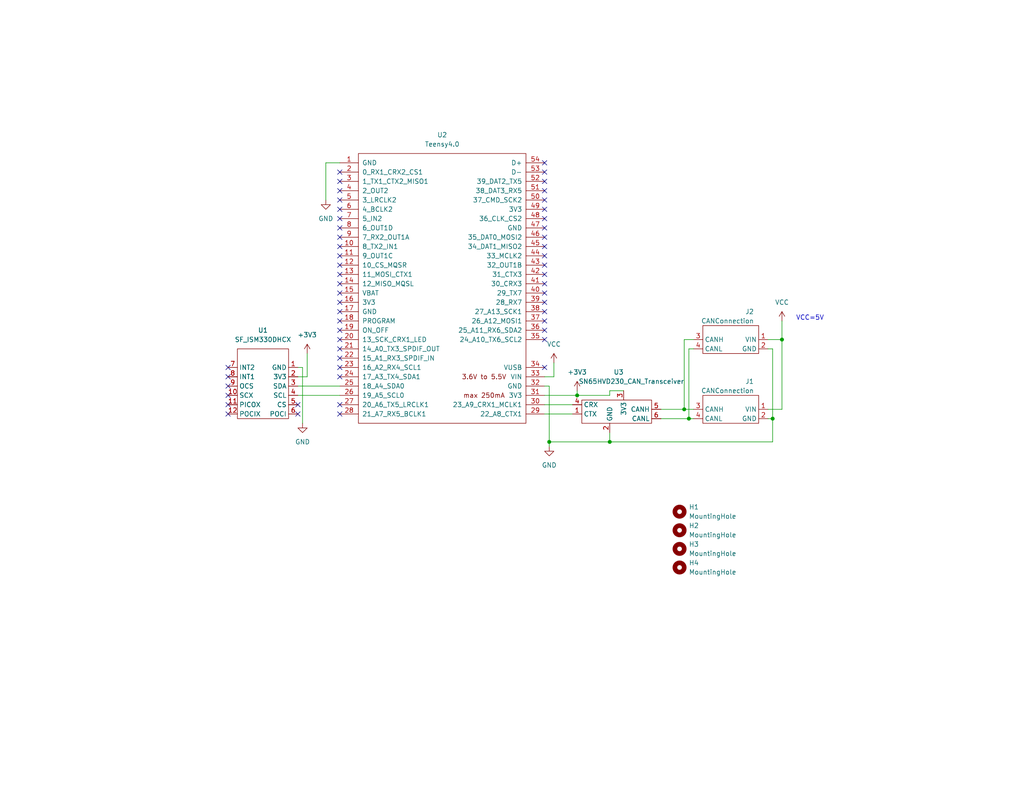
<source format=kicad_sch>
(kicad_sch (version 20211123) (generator eeschema)
  (paper "USLetter")
  (title_block (title "SDM-23 IMU Board") (date "2023-01-26") (rev "v1"))
  (lib_symbols
    (symbol "Mechanical:MountingHole" (pin_names (offset 1.016))
      (property "Reference" "H" (at 0 5.08 0))
      (property "Value" "MountingHole" (at 0 3.175 0))
      (symbol "MountingHole_0_1"
        (circle (center 0 0) (radius 1.27) (stroke (width 1.27)))
      )
    )
    (symbol "SDM:CANConnection"
      (property "Reference" "J" (at 0 0 0))
      (property "Value" "CANConnection" (at 1.27 -2.54 0))
      (symbol "CANConnection_0_1"
        (rectangle (start -6.35 -1.27) (end 8.89 -8.89))
      )
      (symbol "CANConnection_1_1"
        (pin input line (at -8.89 -5.08 0) (length 2.54) (name "VIN") (number "1"))
        (pin input line (at -8.89 -7.62 0) (length 2.54) (name "GND") (number "2"))
        (pin input line (at 11.43 -5.08 180) (length 2.54) (name "CANH") (number "3"))
        (pin input line (at 11.43 -7.62 180) (length 2.54) (name "CANL") (number "4"))
      )
    )
    (symbol "SDM:SF_ISM330DHCX"
      (property "Reference" "U" (at 0 0 0))
      (property "Value" "SF_ISM330DHCX" (at 0 -2.54 0))
      (symbol "SF_ISM330DHCX_0_1"
        (rectangle (start -7.62 -1.27) (end 6.35 -20.32))
      )
      (symbol "SF_ISM330DHCX_1_1"
        (pin input line (at -10.16 -6.35 0) (length 2.54) (name "GND") (number "1"))
        (pin input line (at 8.89 -13.97 180) (length 2.54) (name "SCX") (number "10"))
        (pin input line (at 8.89 -16.51 180) (length 2.54) (name "PICOX") (number "11"))
        (pin input line (at 8.89 -19.05 180) (length 2.54) (name "POCIX") (number "12"))
        (pin input line (at -10.16 -8.89 0) (length 2.54) (name "3V3") (number "2"))
        (pin input line (at -10.16 -11.43 0) (length 2.54) (name "SDA") (number "3"))
        (pin input line (at -10.16 -13.97 0) (length 2.54) (name "SCL") (number "4"))
        (pin input line (at -10.16 -16.51 0) (length 2.54) (name "CS") (number "5"))
        (pin input line (at -10.16 -19.05 0) (length 2.54) (name "POCI") (number "6"))
        (pin input line (at 8.89 -6.35 180) (length 2.54) (name "INT2") (number "7"))
        (pin input line (at 8.89 -8.89 180) (length 2.54) (name "INT1") (number "8"))
        (pin input line (at 8.89 -11.43 180) (length 2.54) (name "OCS") (number "9"))
      )
    )
    (symbol "SDM:SN65HVD230_CAN_Transceiver"
      (property "Reference" "U" (at 0 2.54 0))
      (property "Value" "SN65HVD230_CAN_Transceiver" (at 13.97 0 0))
      (symbol "SN65HVD230_CAN_Transceiver_0_1"
        (rectangle (start -8.89 -6.35) (end 10.16 -12.7))
      )
      (symbol "SN65HVD230_CAN_Transceiver_1_1"
        (pin input line (at 12.7 -10.16 180) (length 2.54) (name "CTX") (number "1"))
        (pin input line (at 2.54 -15.24 90) (length 2.54) (name "GND") (number "2"))
        (pin input line (at -1.27 -3.81 270) (length 2.54) (name "3V3") (number "3"))
        (pin input line (at 12.7 -7.62 180) (length 2.54) (name "CRX") (number "4"))
        (pin input line (at -11.43 -8.89 0) (length 2.54) (name "CANH") (number "5"))
        (pin input line (at -11.43 -11.43 0) (length 2.54) (name "CANL") (number "6"))
      )
    )
    (symbol "Teensy:Teensy4.0" (pin_names (offset 1.016))
      (property "Reference" "U" (at 0 39.37 0))
      (property "Value" "Teensy4.0" (at 0 -39.37 0))
      (symbol "Teensy4.0_0_0"
        (text "3.6V to 5.5V" (at 11.43 -24.13 0) (effects (font (size 1.27 1.27))))
        (text "max 250mA" (at 11.43 -29.21 0) (effects (font (size 1.27 1.27))))
        (pin bidirectional line (at -27.94 11.43 0) (length 5.08) (name "8_TX2_IN1") (number "10"))
        (pin bidirectional line (at -27.94 8.89 0) (length 5.08) (name "9_OUT1C") (number "11"))
        (pin bidirectional line (at -27.94 6.35 0) (length 5.08) (name "10_CS_MQSR") (number "12"))
        (pin bidirectional line (at -27.94 3.81 0) (length 5.08) (name "11_MOSI_CTX1") (number "13"))
        (pin bidirectional line (at -27.94 1.27 0) (length 5.08) (name "12_MISO_MQSL") (number "14"))
        (pin power_in line (at -27.94 -1.27 0) (length 5.08) (name "VBAT") (number "15"))
        (pin power_in line (at -27.94 -3.81 0) (length 5.08) (name "3V3") (number "16"))
        (pin power_in line (at -27.94 -6.35 0) (length 5.08) (name "GND") (number "17"))
        (pin input line (at -27.94 -8.89 0) (length 5.08) (name "PROGRAM") (number "18"))
        (pin input line (at -27.94 -11.43 0) (length 5.08) (name "ON_OFF") (number "19"))
        (pin bidirectional line (at -27.94 -13.97 0) (length 5.08) (name "13_SCK_CRX1_LED") (number "20"))
        (pin bidirectional line (at -27.94 -16.51 0) (length 5.08) (name "14_A0_TX3_SPDIF_OUT") (number "21"))
        (pin bidirectional line (at -27.94 -19.05 0) (length 5.08) (name "15_A1_RX3_SPDIF_IN") (number "22"))
        (pin bidirectional line (at -27.94 -21.59 0) (length 5.08) (name "16_A2_RX4_SCL1") (number "23"))
        (pin bidirectional line (at -27.94 -24.13 0) (length 5.08) (name "17_A3_TX4_SDA1") (number "24"))
        (pin bidirectional line (at -27.94 -26.67 0) (length 5.08) (name "18_A4_SDA0") (number "25"))
        (pin bidirectional line (at -27.94 -29.21 0) (length 5.08) (name "19_A5_SCL0") (number "26"))
        (pin bidirectional line (at -27.94 -31.75 0) (length 5.08) (name "20_A6_TX5_LRCLK1") (number "27"))
        (pin bidirectional line (at -27.94 -34.29 0) (length 5.08) (name "21_A7_RX5_BCLK1") (number "28"))
        (pin bidirectional line (at 27.94 -34.29 180) (length 5.08) (name "22_A8_CTX1") (number "29"))
        (pin bidirectional line (at 27.94 -31.75 180) (length 5.08) (name "23_A9_CRX1_MCLK1") (number "30"))
        (pin power_out line (at 27.94 -29.21 180) (length 5.08) (name "3V3") (number "31"))
        (pin power_in line (at 27.94 -26.67 180) (length 5.08) (name "GND") (number "32"))
        (pin power_in line (at 27.94 -24.13 180) (length 5.08) (name "VIN") (number "33"))
        (pin power_out line (at 27.94 -21.59 180) (length 5.08) (name "VUSB") (number "34"))
        (pin bidirectional line (at 27.94 -13.97 180) (length 5.08) (name "24_A10_TX6_SCL2") (number "35"))
        (pin bidirectional line (at 27.94 -11.43 180) (length 5.08) (name "25_A11_RX6_SDA2") (number "36"))
        (pin bidirectional line (at 27.94 -8.89 180) (length 5.08) (name "26_A12_MOSI1") (number "37"))
        (pin bidirectional line (at 27.94 -6.35 180) (length 5.08) (name "27_A13_SCK1") (number "38"))
        (pin bidirectional line (at 27.94 -3.81 180) (length 5.08) (name "28_RX7") (number "39"))
        (pin bidirectional line (at 27.94 -1.27 180) (length 5.08) (name "29_TX7") (number "40"))
        (pin bidirectional line (at 27.94 1.27 180) (length 5.08) (name "30_CRX3") (number "41"))
        (pin bidirectional line (at 27.94 3.81 180) (length 5.08) (name "31_CTX3") (number "42"))
        (pin bidirectional line (at 27.94 6.35 180) (length 5.08) (name "32_OUT1B") (number "43"))
        (pin bidirectional line (at 27.94 8.89 180) (length 5.08) (name "33_MCLK2") (number "44"))
        (pin bidirectional line (at 27.94 11.43 180) (length 5.08) (name "34_DAT1_MISO2") (number "45"))
        (pin bidirectional line (at 27.94 13.97 180) (length 5.08) (name "35_DAT0_MOSI2") (number "46"))
        (pin power_out line (at 27.94 16.51 180) (length 5.08) (name "GND") (number "47"))
        (pin bidirectional line (at 27.94 19.05 180) (length 5.08) (name "36_CLK_CS2") (number "48"))
        (pin power_out line (at 27.94 21.59 180) (length 5.08) (name "3V3") (number "49"))
        (pin bidirectional line (at -27.94 24.13 0) (length 5.08) (name "3_LRCLK2") (number "5"))
        (pin bidirectional line (at 27.94 24.13 180) (length 5.08) (name "37_CMD_SCK2") (number "50"))
        (pin bidirectional line (at 27.94 26.67 180) (length 5.08) (name "38_DAT3_RX5") (number "51"))
        (pin bidirectional line (at 27.94 29.21 180) (length 5.08) (name "39_DAT2_TX5") (number "52"))
        (pin bidirectional line (at 27.94 31.75 180) (length 5.08) (name "D-") (number "53"))
        (pin bidirectional line (at 27.94 34.29 180) (length 5.08) (name "D+") (number "54"))
        (pin bidirectional line (at -27.94 21.59 0) (length 5.08) (name "4_BCLK2") (number "6"))
        (pin bidirectional line (at -27.94 19.05 0) (length 5.08) (name "5_IN2") (number "7"))
        (pin bidirectional line (at -27.94 16.51 0) (length 5.08) (name "6_OUT1D") (number "8"))
        (pin bidirectional line (at -27.94 13.97 0) (length 5.08) (name "7_RX2_OUT1A") (number "9"))
      )
      (symbol "Teensy4.0_0_1"
        (rectangle (start -22.86 36.83) (end 22.86 -36.83))
        (rectangle (start -20.32 -31.75) (end -20.32 -31.75))
      )
      (symbol "Teensy4.0_1_1"
        (pin power_in line (at -27.94 34.29 0) (length 5.08) (name "GND") (number "1"))
        (pin bidirectional line (at -27.94 31.75 0) (length 5.08) (name "0_RX1_CRX2_CS1") (number "2"))
        (pin bidirectional line (at -27.94 29.21 0) (length 5.08) (name "1_TX1_CTX2_MISO1") (number "3"))
        (pin bidirectional line (at -27.94 26.67 0) (length 5.08) (name "2_OUT2") (number "4"))
      )
    )
    (symbol "power:+3V3" (power) (pin_names (offset 0))
      (property "Value" "+3V3" (at 0 3.556 0))
      (symbol "+3V3_0_1"
        (polyline (pts (xy -0.762 1.27) (xy 0 2.54)))
        (polyline (pts (xy 0 0) (xy 0 2.54)))
        (polyline (pts (xy 0 2.54) (xy 0.762 1.27)))
      )
      (symbol "+3V3_1_1"
        (pin power_in line (at 0 0 90) (length 0) hide (name "+3V3") (number "1"))
      )
    )
    (symbol "power:GND" (power) (pin_names (offset 0))
      (property "Value" "GND" (at 0 -3.81 0))
      (symbol "GND_0_1"
        (polyline (pts (xy 0 0) (xy 0 -1.27) (xy 1.27 -1.27) (xy 0 -2.54) (xy -1.27 -1.27) (xy 0 -1.27)))
      )
      (symbol "GND_1_1"
        (pin power_in line (at 0 0 270) (length 0) hide (name "GND") (number "1"))
      )
    )
    (symbol "power:VCC" (power) (pin_names (offset 0))
      (property "Value" "VCC" (at 0 3.81 0))
      (symbol "VCC_0_1"
        (polyline (pts (xy -0.762 1.27) (xy 0 2.54)))
        (polyline (pts (xy 0 0) (xy 0 2.54)))
        (polyline (pts (xy 0 2.54) (xy 0.762 1.27)))
      )
      (symbol "VCC_1_1"
        (pin power_in line (at 0 0 90) (length 0) hide (name "VCC") (number "1"))
      )
    )
  )
  (junction (at 149.86 120.65))
  (junction (at 213.36 92.71))
  (junction (at 186.69 111.76))
  (junction (at 157.48 107.95))
  (junction (at 166.37 120.65))
  (junction (at 187.96 114.3))
  (junction (at 210.82 114.3))
  (no_connect (at 62.23 110.49))
  (no_connect (at 81.28 113.03))
  (no_connect (at 148.59 57.15))
  (no_connect (at 148.59 92.71))
  (no_connect (at 92.71 113.03))
  (no_connect (at 148.59 72.39))
  (no_connect (at 148.59 52.07))
  (no_connect (at 148.59 46.99))
  (no_connect (at 148.59 69.85))
  (no_connect (at 148.59 87.63))
  (no_connect (at 148.59 62.23))
  (no_connect (at 92.71 102.87))
  (no_connect (at 148.59 100.33))
  (no_connect (at 92.71 49.53))
  (no_connect (at 62.23 107.95))
  (no_connect (at 81.28 110.49))
  (no_connect (at 148.59 82.55))
  (no_connect (at 148.59 44.45))
  (no_connect (at 62.23 102.87))
  (no_connect (at 92.71 46.99))
  (no_connect (at 148.59 80.01))
  (no_connect (at 92.71 110.49))
  (no_connect (at 148.59 85.09))
  (no_connect (at 148.59 67.31))
  (no_connect (at 148.59 77.47))
  (no_connect (at 92.71 52.07))
  (no_connect (at 92.71 54.61))
  (no_connect (at 92.71 95.25))
  (no_connect (at 92.71 97.79))
  (no_connect (at 92.71 92.71))
  (no_connect (at 92.71 90.17))
  (no_connect (at 92.71 82.55))
  (no_connect (at 92.71 87.63))
  (no_connect (at 92.71 85.09))
  (no_connect (at 92.71 100.33))
  (no_connect (at 92.71 64.77))
  (no_connect (at 92.71 57.15))
  (no_connect (at 92.71 62.23))
  (no_connect (at 92.71 67.31))
  (no_connect (at 92.71 59.69))
  (no_connect (at 92.71 80.01))
  (no_connect (at 92.71 77.47))
  (no_connect (at 92.71 72.39))
  (no_connect (at 92.71 69.85))
  (no_connect (at 92.71 74.93))
  (no_connect (at 148.59 64.77))
  (no_connect (at 148.59 59.69))
  (no_connect (at 148.59 90.17))
  (no_connect (at 148.59 49.53))
  (no_connect (at 62.23 113.03))
  (no_connect (at 148.59 54.61))
  (no_connect (at 62.23 105.41))
  (no_connect (at 148.59 74.93))
  (no_connect (at 62.23 100.33))
  (wire (pts (xy 148.59 113.03) (xy 156.21 113.03)))
  (wire (pts (xy 157.48 107.95) (xy 166.37 107.95)))
  (wire (pts (xy 213.36 111.76) (xy 209.55 111.76)))
  (wire (pts (xy 186.69 92.71) (xy 186.69 111.76)))
  (wire (pts (xy 213.36 92.71) (xy 213.36 111.76)))
  (wire (pts (xy 187.96 95.25) (xy 187.96 114.3)))
  (wire (pts (xy 210.82 95.25) (xy 209.55 95.25)))
  (wire (pts (xy 209.55 114.3) (xy 210.82 114.3)))
  (wire (pts (xy 148.59 102.87) (xy 151.13 102.87)))
  (wire (pts (xy 166.37 106.68) (xy 170.18 106.68)))
  (wire (pts (xy 81.28 100.33) (xy 82.55 100.33)))
  (wire (pts (xy 157.48 106.68) (xy 157.48 107.95)))
  (wire (pts (xy 186.69 111.76) (xy 180.34 111.76)))
  (wire (pts (xy 149.86 120.65) (xy 149.86 121.92)))
  (wire (pts (xy 148.59 110.49) (xy 156.21 110.49)))
  (wire (pts (xy 81.28 105.41) (xy 92.71 105.41)))
  (wire (pts (xy 81.28 107.95) (xy 92.71 107.95)))
  (wire (pts (xy 148.59 105.41) (xy 149.86 105.41)))
  (wire (pts (xy 189.23 114.3) (xy 187.96 114.3)))
  (wire (pts (xy 189.23 92.71) (xy 186.69 92.71)))
  (wire (pts (xy 166.37 120.65) (xy 210.82 120.65)))
  (wire (pts (xy 210.82 114.3) (xy 210.82 95.25)))
  (wire (pts (xy 210.82 120.65) (xy 210.82 114.3)))
  (wire (pts (xy 92.71 44.45) (xy 88.9 44.45)))
  (wire (pts (xy 148.59 107.95) (xy 157.48 107.95)))
  (wire (pts (xy 187.96 114.3) (xy 180.34 114.3)))
  (wire (pts (xy 189.23 111.76) (xy 186.69 111.76)))
  (wire (pts (xy 189.23 95.25) (xy 187.96 95.25)))
  (wire (pts (xy 209.55 92.71) (xy 213.36 92.71)))
  (wire (pts (xy 213.36 87.63) (xy 213.36 92.71)))
  (wire (pts (xy 82.55 100.33) (xy 82.55 115.57)))
  (wire (pts (xy 88.9 44.45) (xy 88.9 54.61)))
  (wire (pts (xy 83.82 102.87) (xy 83.82 96.52)))
  (wire (pts (xy 166.37 118.11) (xy 166.37 120.65)))
  (wire (pts (xy 149.86 105.41) (xy 149.86 120.65)))
  (wire (pts (xy 166.37 107.95) (xy 166.37 106.68)))
  (wire (pts (xy 149.86 120.65) (xy 166.37 120.65)))
  (wire (pts (xy 151.13 102.87) (xy 151.13 99.06)))
  (wire (pts (xy 81.28 102.87) (xy 83.82 102.87)))
  (text "VCC=5V" (at 217.17 87.63 0) (effects (font (size 1.27 1.27)) (justify left bottom)))
  (symbol (lib_id "SDM:SN65HVD230_CAN_Transceiver") (at 168.91 102.87 0) (mirror y) (unit 1)
    (property "Reference" "U3" (at 170.18 101.6 0) (effects (justify left)))
    (property "Value" "SN65HVD230_CAN_Transceiver" (at 186.69 104.14 0) (effects (justify left)))
    (property "Footprint" "SDM:SDM_CANBoard_v1" (effects hide))
  )
  (symbol (lib_id "SDM:CANConnection") (at 200.66 106.68 0) (mirror y) (unit 1)
    (property "Reference" "J1" (at 205.74 104.14 0) (effects (justify left)))
    (property "Value" "CANConnection" (at 205.74 106.68 0) (effects (justify left)))
    (property "Footprint" "TerminalBlock_TE-Connectivity:TerminalBlock_TE_282834-4_1x04_P2.54mm_Horizontal" (effects hide))
  )
  (symbol (lib_id "SDM:SF_ISM330DHCX") (at 71.12 93.98 0) (mirror y) (unit 1)
    (property "Reference" "U1" (at 71.755 90.17 0))
    (property "Value" "SF_ISM330DHCX" (at 71.755 92.71 0))
    (property "Footprint" "SDM:SF_ISM330DHCX" (effects hide))
  )
  (symbol (lib_id "Teensy:Teensy4.0") (at 120.65 78.74 0) (unit 1)
    (property "Reference" "U2" (at 120.65 36.83 0))
    (property "Value" "Teensy4.0" (at 120.65 39.37 0))
    (property "Footprint" "Teensy:Teensy40" (effects hide))
  )
  (symbol (lib_id "Mechanical:MountingHole") (at 185.42 149.86 0) (unit 1)
    (property "Reference" "H3" (at 187.96 148.5899 0) (effects (justify left)))
    (property "Value" "MountingHole" (at 187.96 151.1299 0) (effects (justify left)))
    (property "Footprint" "MountingHole:MountingHole_3.2mm_M3" (effects hide))
  )
  (symbol (lib_id "power:+3V3") (at 157.48 106.68 0) (unit 1)
    (property "Reference" "#PWR0106" (effects hide))
    (property "Value" "+3V3" (at 157.48 101.6 0))
  )
  (symbol (lib_id "power:GND") (at 149.86 121.92 0) (unit 1)
    (property "Reference" "#PWR0105" (effects hide))
    (property "Value" "GND" (at 149.86 127 0))
  )
  (symbol (lib_id "power:+3V3") (at 83.82 96.52 0) (mirror y) (unit 1)
    (property "Reference" "#PWR0101" (effects hide))
    (property "Value" "+3V3" (at 83.82 91.44 0))
  )
  (symbol (lib_id "SDM:CANConnection") (at 200.66 87.63 0) (mirror y) (unit 1)
    (property "Reference" "J2" (at 205.74 85.09 0) (effects (justify left)))
    (property "Value" "CANConnection" (at 205.74 87.63 0) (effects (justify left)))
    (property "Footprint" "TerminalBlock_TE-Connectivity:TerminalBlock_TE_282834-4_1x04_P2.54mm_Horizontal" (effects hide))
  )
  (symbol (lib_id "Mechanical:MountingHole") (at 185.42 154.94 0) (unit 1)
    (property "Reference" "H4" (at 187.96 153.6699 0) (effects (justify left)))
    (property "Value" "MountingHole" (at 187.96 156.2099 0) (effects (justify left)))
    (property "Footprint" "MountingHole:MountingHole_3.2mm_M3" (effects hide))
  )
  (symbol (lib_id "Mechanical:MountingHole") (at 185.42 139.7 0) (unit 1)
    (property "Reference" "H1" (at 187.96 138.4299 0) (effects (justify left)))
    (property "Value" "MountingHole" (at 187.96 140.9699 0) (effects (justify left)))
    (property "Footprint" "MountingHole:MountingHole_3.2mm_M3" (effects hide))
  )
  (symbol (lib_id "power:GND") (at 82.55 115.57 0) (unit 1)
    (property "Reference" "#PWR0103" (effects hide))
    (property "Value" "GND" (at 82.55 120.65 0))
  )
  (symbol (lib_id "power:VCC") (at 213.36 87.63 0) (mirror y) (unit 1)
    (property "Reference" "#PWR0104" (effects hide))
    (property "Value" "VCC" (at 213.36 82.55 0))
  )
  (symbol (lib_id "power:GND") (at 88.9 54.61 0) (unit 1)
    (property "Reference" "#PWR0102" (effects hide))
    (property "Value" "GND" (at 88.9 59.69 0))
  )
  (symbol (lib_id "power:VCC") (at 151.13 99.06 0) (unit 1)
    (property "Reference" "#PWR0107" (effects hide))
    (property "Value" "VCC" (at 151.13 93.98 0))
  )
  (symbol (lib_id "Mechanical:MountingHole") (at 185.42 144.78 0) (unit 1)
    (property "Reference" "H2" (at 187.96 143.5099 0) (effects (justify left)))
    (property "Value" "MountingHole" (at 187.96 146.0499 0) (effects (justify left)))
    (property "Footprint" "MountingHole:MountingHole_3.2mm_M3" (effects hide))
  )
)
</source>
